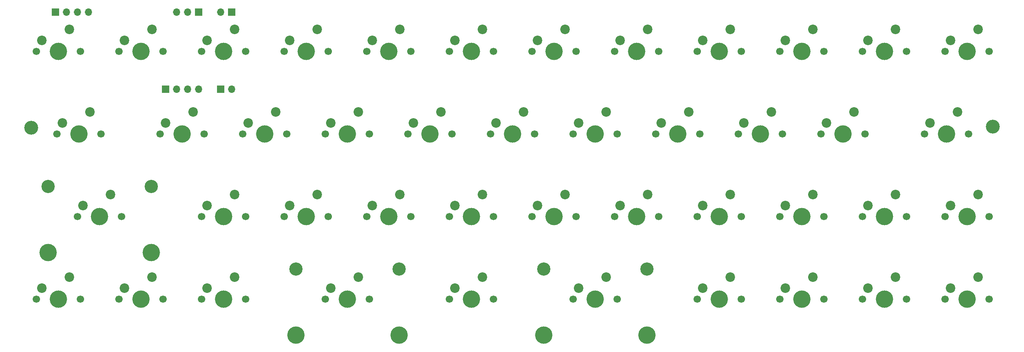
<source format=gts>
G04 #@! TF.GenerationSoftware,KiCad,Pcbnew,(6.0.2-0)*
G04 #@! TF.CreationDate,2022-07-23T12:51:23+10:00*
G04 #@! TF.ProjectId,keyboard-with-attached-pico,6b657962-6f61-4726-942d-776974682d61,1.01*
G04 #@! TF.SameCoordinates,Original*
G04 #@! TF.FileFunction,Soldermask,Top*
G04 #@! TF.FilePolarity,Negative*
%FSLAX46Y46*%
G04 Gerber Fmt 4.6, Leading zero omitted, Abs format (unit mm)*
G04 Created by KiCad (PCBNEW (6.0.2-0)) date 2022-07-23 12:51:23*
%MOMM*%
%LPD*%
G01*
G04 APERTURE LIST*
%ADD10C,1.700000*%
%ADD11C,4.000000*%
%ADD12C,2.200000*%
%ADD13C,3.200000*%
%ADD14R,1.700000X1.700000*%
%ADD15O,1.700000X1.700000*%
%ADD16C,3.050000*%
G04 APERTURE END LIST*
D10*
X102235000Y-124920000D03*
D11*
X107315000Y-124920000D03*
D10*
X112395000Y-124920000D03*
D12*
X109855000Y-119840000D03*
X103505000Y-122380000D03*
D13*
X101092000Y-142494000D03*
X322834000Y-142240000D03*
D10*
X131445000Y-124920000D03*
D11*
X126365000Y-124920000D03*
D10*
X121285000Y-124920000D03*
D12*
X128905000Y-119840000D03*
X122555000Y-122380000D03*
D14*
X144780000Y-133604000D03*
D15*
X147320000Y-133604000D03*
D10*
X311785000Y-124920000D03*
X321945000Y-124920000D03*
D11*
X316865000Y-124920000D03*
D12*
X319405000Y-119840000D03*
X313055000Y-122380000D03*
D10*
X187960000Y-143970000D03*
D11*
X193040000Y-143970000D03*
D10*
X198120000Y-143970000D03*
D12*
X195580000Y-138890000D03*
X189230000Y-141430000D03*
D10*
X255270000Y-143970000D03*
X245110000Y-143970000D03*
D11*
X250190000Y-143970000D03*
D12*
X252730000Y-138890000D03*
X246380000Y-141430000D03*
D10*
X292735000Y-163020000D03*
D11*
X297815000Y-163020000D03*
D10*
X302895000Y-163020000D03*
D12*
X300355000Y-157940000D03*
X294005000Y-160480000D03*
D11*
X297815000Y-124920000D03*
D10*
X292735000Y-124920000D03*
X302895000Y-124920000D03*
D12*
X300355000Y-119840000D03*
X294005000Y-122380000D03*
D10*
X178435000Y-124920000D03*
X188595000Y-124920000D03*
D11*
X183515000Y-124920000D03*
D12*
X186055000Y-119840000D03*
X179705000Y-122380000D03*
D10*
X254635000Y-163020000D03*
X264795000Y-163020000D03*
D11*
X259715000Y-163020000D03*
D12*
X262255000Y-157940000D03*
X255905000Y-160480000D03*
D10*
X197485000Y-163020000D03*
X207645000Y-163020000D03*
D11*
X202565000Y-163020000D03*
D12*
X205105000Y-157940000D03*
X198755000Y-160480000D03*
D10*
X274320000Y-143970000D03*
X264160000Y-143970000D03*
D11*
X269240000Y-143970000D03*
D12*
X271780000Y-138890000D03*
X265430000Y-141430000D03*
D10*
X226060000Y-182070000D03*
D11*
X243040000Y-190310000D03*
D16*
X243040000Y-175070000D03*
D11*
X231140000Y-182070000D03*
D10*
X236220000Y-182070000D03*
D16*
X219240000Y-175070000D03*
D11*
X219240000Y-190310000D03*
D12*
X233680000Y-176990000D03*
X227330000Y-179530000D03*
D10*
X283845000Y-124920000D03*
X273685000Y-124920000D03*
D11*
X278765000Y-124920000D03*
D12*
X281305000Y-119840000D03*
X274955000Y-122380000D03*
D11*
X231140000Y-143970000D03*
D10*
X236220000Y-143970000D03*
X226060000Y-143970000D03*
D12*
X233680000Y-138890000D03*
X227330000Y-141430000D03*
D10*
X179070000Y-143970000D03*
X168910000Y-143970000D03*
D11*
X173990000Y-143970000D03*
D12*
X176530000Y-138890000D03*
X170180000Y-141430000D03*
D11*
X135890000Y-143970000D03*
D10*
X130810000Y-143970000D03*
X140970000Y-143970000D03*
D12*
X138430000Y-138890000D03*
X132080000Y-141430000D03*
D14*
X132080000Y-133604000D03*
D15*
X134620000Y-133604000D03*
X137160000Y-133604000D03*
X139700000Y-133604000D03*
D11*
X112077500Y-143970000D03*
D10*
X106997500Y-143970000D03*
X117157500Y-143970000D03*
D12*
X114617500Y-138890000D03*
X108267500Y-141430000D03*
D11*
X183515000Y-163020000D03*
D10*
X188595000Y-163020000D03*
X178435000Y-163020000D03*
D12*
X186055000Y-157940000D03*
X179705000Y-160480000D03*
D11*
X278765000Y-182070000D03*
D10*
X273685000Y-182070000D03*
X283845000Y-182070000D03*
D12*
X281305000Y-176990000D03*
X274955000Y-179530000D03*
D10*
X150495000Y-124920000D03*
D11*
X145415000Y-124920000D03*
D10*
X140335000Y-124920000D03*
D12*
X147955000Y-119840000D03*
X141605000Y-122380000D03*
D10*
X169545000Y-124920000D03*
D11*
X164465000Y-124920000D03*
D10*
X159385000Y-124920000D03*
D12*
X167005000Y-119840000D03*
X160655000Y-122380000D03*
D11*
X212090000Y-143970000D03*
D10*
X217170000Y-143970000D03*
X207010000Y-143970000D03*
D12*
X214630000Y-138890000D03*
X208280000Y-141430000D03*
D10*
X150495000Y-163020000D03*
X140335000Y-163020000D03*
D11*
X145415000Y-163020000D03*
D12*
X147955000Y-157940000D03*
X141605000Y-160480000D03*
D10*
X283210000Y-143970000D03*
X293370000Y-143970000D03*
D11*
X288290000Y-143970000D03*
D12*
X290830000Y-138890000D03*
X284480000Y-141430000D03*
D10*
X149860000Y-143970000D03*
X160020000Y-143970000D03*
D11*
X154940000Y-143970000D03*
D12*
X157480000Y-138890000D03*
X151130000Y-141430000D03*
D10*
X121920000Y-163020000D03*
D11*
X116840000Y-163020000D03*
D16*
X128740000Y-156020000D03*
X104940000Y-156020000D03*
D11*
X104940000Y-171260000D03*
X128740000Y-171260000D03*
D10*
X111760000Y-163020000D03*
D12*
X119380000Y-157940000D03*
X113030000Y-160480000D03*
D14*
X139700000Y-115824000D03*
D15*
X137160000Y-115824000D03*
X134620000Y-115824000D03*
D11*
X240665000Y-124920000D03*
D10*
X235585000Y-124920000D03*
X245745000Y-124920000D03*
D12*
X243205000Y-119840000D03*
X236855000Y-122380000D03*
D10*
X216535000Y-163020000D03*
X226695000Y-163020000D03*
D11*
X221615000Y-163020000D03*
D12*
X224155000Y-157940000D03*
X217805000Y-160480000D03*
D11*
X316865000Y-182070000D03*
D10*
X311785000Y-182070000D03*
X321945000Y-182070000D03*
D12*
X319405000Y-176990000D03*
X313055000Y-179530000D03*
D11*
X259715000Y-124920000D03*
D10*
X254635000Y-124920000D03*
X264795000Y-124920000D03*
D12*
X262255000Y-119840000D03*
X255905000Y-122380000D03*
D10*
X321945000Y-163020000D03*
X311785000Y-163020000D03*
D11*
X316865000Y-163020000D03*
D12*
X319405000Y-157940000D03*
X313055000Y-160480000D03*
D10*
X197485000Y-124920000D03*
D11*
X202565000Y-124920000D03*
D10*
X207645000Y-124920000D03*
D12*
X205105000Y-119840000D03*
X198755000Y-122380000D03*
D14*
X147320000Y-115824000D03*
D15*
X144780000Y-115824000D03*
D10*
X159385000Y-163020000D03*
X169545000Y-163020000D03*
D11*
X164465000Y-163020000D03*
D12*
X167005000Y-157940000D03*
X160655000Y-160480000D03*
D10*
X150495000Y-182070000D03*
D11*
X145415000Y-182070000D03*
D10*
X140335000Y-182070000D03*
D12*
X147955000Y-176990000D03*
X141605000Y-179530000D03*
D10*
X317182500Y-143970000D03*
D11*
X312102500Y-143970000D03*
D10*
X307022500Y-143970000D03*
D12*
X314642500Y-138890000D03*
X308292500Y-141430000D03*
D10*
X235585000Y-163020000D03*
X245745000Y-163020000D03*
D11*
X240665000Y-163020000D03*
D12*
X243205000Y-157940000D03*
X236855000Y-160480000D03*
D10*
X283845000Y-163020000D03*
D11*
X278765000Y-163020000D03*
D10*
X273685000Y-163020000D03*
D12*
X281305000Y-157940000D03*
X274955000Y-160480000D03*
D11*
X202565000Y-182070000D03*
D10*
X197485000Y-182070000D03*
X207645000Y-182070000D03*
D12*
X205105000Y-176990000D03*
X198755000Y-179530000D03*
D10*
X254635000Y-182070000D03*
X264795000Y-182070000D03*
D11*
X259715000Y-182070000D03*
D12*
X262255000Y-176990000D03*
X255905000Y-179530000D03*
D10*
X302895000Y-182070000D03*
D11*
X297815000Y-182070000D03*
D10*
X292735000Y-182070000D03*
D12*
X300355000Y-176990000D03*
X294005000Y-179530000D03*
D10*
X112395000Y-182070000D03*
X102235000Y-182070000D03*
D11*
X107315000Y-182070000D03*
D12*
X109855000Y-176990000D03*
X103505000Y-179530000D03*
D11*
X173990000Y-182070000D03*
D16*
X185890000Y-175070000D03*
X162090000Y-175070000D03*
D10*
X168910000Y-182070000D03*
D11*
X162090000Y-190310000D03*
X185890000Y-190310000D03*
D10*
X179070000Y-182070000D03*
D12*
X176530000Y-176990000D03*
X170180000Y-179530000D03*
D11*
X126365000Y-182070000D03*
D10*
X131445000Y-182070000D03*
X121285000Y-182070000D03*
D12*
X128905000Y-176990000D03*
X122555000Y-179530000D03*
D11*
X221615000Y-124920000D03*
D10*
X216535000Y-124920000D03*
X226695000Y-124920000D03*
D12*
X224155000Y-119840000D03*
X217805000Y-122380000D03*
D14*
X106680000Y-115824000D03*
D15*
X109220000Y-115824000D03*
X111760000Y-115824000D03*
X114300000Y-115824000D03*
M02*

</source>
